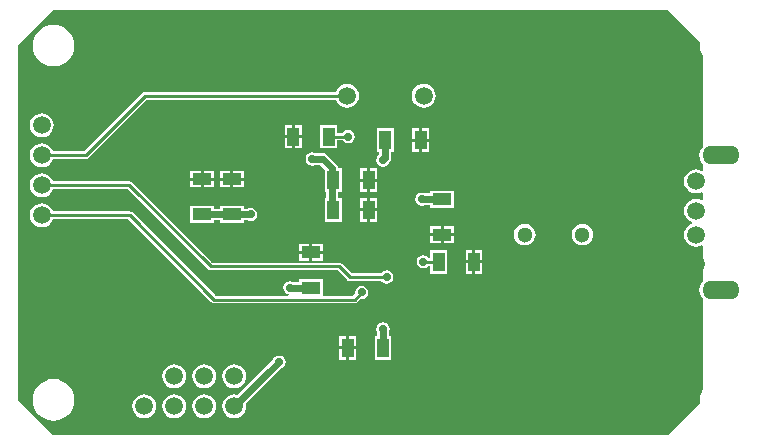
<source format=gbl>
G04*
G04 #@! TF.GenerationSoftware,Altium Limited,Altium Designer,18.1.2 (67)*
G04*
G04 Layer_Physical_Order=2*
G04 Layer_Color=16711680*
%FSLAX43Y43*%
%MOMM*%
G71*
G01*
G75*
%ADD11C,0.250*%
%ADD29C,1.300*%
%ADD31R,1.600X1.000*%
%ADD34R,1.000X1.600*%
%ADD37C,0.600*%
%ADD38O,3.150X1.575*%
%ADD39C,1.500*%
%ADD40C,0.710*%
G36*
X57760Y33240D02*
X57737Y33000D01*
X57770Y32656D01*
X57871Y32325D01*
X58000Y32083D01*
Y24467D01*
X57969Y24444D01*
X57802Y24226D01*
X57697Y23972D01*
X57661Y23700D01*
X57697Y23428D01*
X57802Y23174D01*
X57969Y22956D01*
X58000Y22933D01*
Y22448D01*
X57875Y22391D01*
X57662Y22479D01*
X57400Y22514D01*
X57138Y22479D01*
X56893Y22378D01*
X56683Y22217D01*
X56522Y22007D01*
X56421Y21762D01*
X56386Y21500D01*
X56421Y21238D01*
X56522Y20993D01*
X56683Y20783D01*
X56893Y20622D01*
X57138Y20521D01*
X57400Y20486D01*
X57662Y20521D01*
X57875Y20609D01*
X58000Y20552D01*
Y19948D01*
X57875Y19891D01*
X57662Y19979D01*
X57400Y20014D01*
X57138Y19979D01*
X56893Y19878D01*
X56683Y19717D01*
X56522Y19507D01*
X56421Y19262D01*
X56386Y19000D01*
X56421Y18738D01*
X56522Y18493D01*
X56683Y18283D01*
X56893Y18122D01*
X57025Y18068D01*
Y17932D01*
X56893Y17878D01*
X56683Y17717D01*
X56522Y17507D01*
X56421Y17262D01*
X56386Y17000D01*
X56421Y16738D01*
X56522Y16493D01*
X56683Y16283D01*
X56893Y16122D01*
X57138Y16021D01*
X57400Y15986D01*
X57662Y16021D01*
X57875Y16109D01*
X58000Y16052D01*
Y13067D01*
X57969Y13044D01*
X57802Y12826D01*
X57697Y12572D01*
X57661Y12300D01*
X57697Y12028D01*
X57802Y11774D01*
X57969Y11556D01*
X58000Y11533D01*
Y3917D01*
X57871Y3675D01*
X57770Y3344D01*
X57737Y3000D01*
X57760Y2760D01*
X55000Y0D01*
X3000D01*
X0Y3000D01*
Y33000D01*
X3000Y36000D01*
X55000D01*
X57760Y33240D01*
D02*
G37*
%LPC*%
G36*
X3000Y34763D02*
X2656Y34730D01*
X2325Y34629D01*
X2020Y34466D01*
X1753Y34247D01*
X1534Y33980D01*
X1371Y33675D01*
X1270Y33344D01*
X1237Y33000D01*
X1270Y32656D01*
X1371Y32325D01*
X1534Y32020D01*
X1753Y31753D01*
X2020Y31534D01*
X2325Y31371D01*
X2656Y31270D01*
X3000Y31237D01*
X3344Y31270D01*
X3675Y31371D01*
X3980Y31534D01*
X4247Y31753D01*
X4466Y32020D01*
X4629Y32325D01*
X4730Y32656D01*
X4763Y33000D01*
X4730Y33344D01*
X4629Y33675D01*
X4466Y33980D01*
X4247Y34247D01*
X3980Y34466D01*
X3675Y34629D01*
X3344Y34730D01*
X3000Y34763D01*
D02*
G37*
G36*
X34350Y29764D02*
X34088Y29729D01*
X33843Y29628D01*
X33633Y29467D01*
X33472Y29257D01*
X33371Y29012D01*
X33336Y28750D01*
X33371Y28488D01*
X33472Y28243D01*
X33633Y28033D01*
X33843Y27872D01*
X34088Y27771D01*
X34350Y27736D01*
X34612Y27771D01*
X34857Y27872D01*
X35067Y28033D01*
X35228Y28243D01*
X35329Y28488D01*
X35364Y28750D01*
X35329Y29012D01*
X35228Y29257D01*
X35067Y29467D01*
X34857Y29628D01*
X34612Y29729D01*
X34350Y29764D01*
D02*
G37*
G36*
X27850D02*
X27588Y29729D01*
X27343Y29628D01*
X27133Y29467D01*
X26972Y29257D01*
X26897Y29076D01*
X10750D01*
X10625Y29051D01*
X10519Y28981D01*
X5585Y24046D01*
X2953D01*
X2878Y24227D01*
X2717Y24437D01*
X2507Y24598D01*
X2262Y24699D01*
X2000Y24734D01*
X1738Y24699D01*
X1493Y24598D01*
X1283Y24437D01*
X1122Y24227D01*
X1021Y23982D01*
X986Y23720D01*
X1021Y23458D01*
X1122Y23213D01*
X1283Y23003D01*
X1493Y22842D01*
X1738Y22741D01*
X2000Y22706D01*
X2262Y22741D01*
X2507Y22842D01*
X2717Y23003D01*
X2878Y23213D01*
X2953Y23394D01*
X5720D01*
X5845Y23419D01*
X5951Y23489D01*
X10885Y28424D01*
X26897D01*
X26972Y28243D01*
X27133Y28033D01*
X27343Y27872D01*
X27588Y27771D01*
X27850Y27736D01*
X28112Y27771D01*
X28357Y27872D01*
X28567Y28033D01*
X28728Y28243D01*
X28829Y28488D01*
X28864Y28750D01*
X28829Y29012D01*
X28728Y29257D01*
X28567Y29467D01*
X28357Y29628D01*
X28112Y29729D01*
X27850Y29764D01*
D02*
G37*
G36*
X24010Y26310D02*
X23425D01*
Y25425D01*
X24010D01*
Y26310D01*
D02*
G37*
G36*
X23175D02*
X22590D01*
Y25425D01*
X23175D01*
Y26310D01*
D02*
G37*
G36*
X2000Y27274D02*
X1738Y27239D01*
X1493Y27138D01*
X1283Y26977D01*
X1122Y26767D01*
X1021Y26522D01*
X986Y26260D01*
X1021Y25998D01*
X1122Y25753D01*
X1283Y25543D01*
X1493Y25382D01*
X1738Y25281D01*
X2000Y25246D01*
X2262Y25281D01*
X2507Y25382D01*
X2717Y25543D01*
X2878Y25753D01*
X2979Y25998D01*
X3014Y26260D01*
X2979Y26522D01*
X2878Y26767D01*
X2717Y26977D01*
X2507Y27138D01*
X2262Y27239D01*
X2000Y27274D01*
D02*
G37*
G36*
X34810Y26010D02*
X34225D01*
Y25125D01*
X34810D01*
Y26010D01*
D02*
G37*
G36*
X33975D02*
X33390D01*
Y25125D01*
X33975D01*
Y26010D01*
D02*
G37*
G36*
X27010Y26310D02*
X25590D01*
Y24290D01*
X27010D01*
Y24974D01*
X27507D01*
X27553Y24903D01*
X27735Y24782D01*
X27950Y24739D01*
X28165Y24782D01*
X28347Y24903D01*
X28468Y25085D01*
X28511Y25300D01*
X28468Y25515D01*
X28347Y25697D01*
X28165Y25818D01*
X27950Y25861D01*
X27735Y25818D01*
X27553Y25697D01*
X27507Y25626D01*
X27010D01*
Y26310D01*
D02*
G37*
G36*
X24010Y25175D02*
X23425D01*
Y24290D01*
X24010D01*
Y25175D01*
D02*
G37*
G36*
X23175D02*
X22590D01*
Y24290D01*
X23175D01*
Y25175D01*
D02*
G37*
G36*
X34810Y24875D02*
X34225D01*
Y23990D01*
X34810D01*
Y24875D01*
D02*
G37*
G36*
X33975D02*
X33390D01*
Y23990D01*
X33975D01*
Y24875D01*
D02*
G37*
G36*
X31810Y26010D02*
X30390D01*
Y23990D01*
X30595D01*
Y23758D01*
X30503Y23697D01*
X30382Y23515D01*
X30339Y23300D01*
X30382Y23085D01*
X30503Y22903D01*
X30685Y22782D01*
X30900Y22739D01*
X31115Y22782D01*
X31297Y22903D01*
X31418Y23085D01*
X31423Y23109D01*
X31457Y23143D01*
X31566Y23307D01*
X31605Y23500D01*
Y23990D01*
X31810D01*
Y26010D01*
D02*
G37*
G36*
X16610Y22410D02*
X15725D01*
Y21825D01*
X16610D01*
Y22410D01*
D02*
G37*
G36*
X19110D02*
X18225D01*
Y21825D01*
X19110D01*
Y22410D01*
D02*
G37*
G36*
X15475D02*
X14590D01*
Y21825D01*
X15475D01*
Y22410D01*
D02*
G37*
G36*
X17975D02*
X17090D01*
Y21825D01*
X17975D01*
Y22410D01*
D02*
G37*
G36*
X30410Y22610D02*
X29825D01*
Y21725D01*
X30410D01*
Y22610D01*
D02*
G37*
G36*
X29575D02*
X28990D01*
Y21725D01*
X29575D01*
Y22610D01*
D02*
G37*
G36*
X19110Y21575D02*
X18225D01*
Y20990D01*
X19110D01*
Y21575D01*
D02*
G37*
G36*
X17975D02*
X17090D01*
Y20990D01*
X17975D01*
Y21575D01*
D02*
G37*
G36*
X16610D02*
X15725D01*
Y20990D01*
X16610D01*
Y21575D01*
D02*
G37*
G36*
X15475D02*
X14590D01*
Y20990D01*
X15475D01*
Y21575D01*
D02*
G37*
G36*
X30410Y21475D02*
X29825D01*
Y20590D01*
X30410D01*
Y21475D01*
D02*
G37*
G36*
X29575D02*
X28990D01*
Y20590D01*
X29575D01*
Y21475D01*
D02*
G37*
G36*
X36910Y20710D02*
X34890D01*
Y20505D01*
X34435D01*
X34415Y20518D01*
X34200Y20561D01*
X33985Y20518D01*
X33803Y20397D01*
X33682Y20215D01*
X33639Y20000D01*
X33682Y19785D01*
X33803Y19603D01*
X33985Y19482D01*
X34200Y19439D01*
X34415Y19482D01*
X34435Y19495D01*
X34890D01*
Y19290D01*
X36910D01*
Y20710D01*
D02*
G37*
G36*
X30410Y20110D02*
X29825D01*
Y19225D01*
X30410D01*
Y20110D01*
D02*
G37*
G36*
X29575D02*
X28990D01*
Y19225D01*
X29575D01*
Y20110D01*
D02*
G37*
G36*
X19110Y19410D02*
X17090D01*
Y19205D01*
X16610D01*
Y19410D01*
X14590D01*
Y17990D01*
X16610D01*
Y18195D01*
X17090D01*
Y17990D01*
X19110D01*
Y18195D01*
X19465D01*
X19485Y18182D01*
X19700Y18139D01*
X19915Y18182D01*
X20097Y18303D01*
X20218Y18485D01*
X20261Y18700D01*
X20218Y18915D01*
X20097Y19097D01*
X19915Y19218D01*
X19700Y19261D01*
X19485Y19218D01*
X19465Y19205D01*
X19110D01*
Y19410D01*
D02*
G37*
G36*
X30410Y18975D02*
X29825D01*
Y18090D01*
X30410D01*
Y18975D01*
D02*
G37*
G36*
X29575D02*
X28990D01*
Y18090D01*
X29575D01*
Y18975D01*
D02*
G37*
G36*
X24900Y23961D02*
X24685Y23918D01*
X24503Y23797D01*
X24382Y23615D01*
X24339Y23400D01*
X24382Y23185D01*
X24503Y23003D01*
X24685Y22882D01*
X24900Y22839D01*
X25115Y22882D01*
X25135Y22895D01*
X25591D01*
X25990Y22496D01*
Y20590D01*
X26100D01*
Y20110D01*
X25990D01*
Y18090D01*
X27410D01*
Y20110D01*
X27109D01*
Y20590D01*
X27410D01*
Y22610D01*
X27106D01*
X27071Y22788D01*
X26962Y22952D01*
X26157Y23757D01*
X25993Y23866D01*
X25800Y23905D01*
X25135D01*
X25115Y23918D01*
X24900Y23961D01*
D02*
G37*
G36*
X36910Y17710D02*
X36025D01*
Y17125D01*
X36910D01*
Y17710D01*
D02*
G37*
G36*
X35775D02*
X34890D01*
Y17125D01*
X35775D01*
Y17710D01*
D02*
G37*
G36*
X36910Y16875D02*
X36025D01*
Y16290D01*
X36910D01*
Y16875D01*
D02*
G37*
G36*
X35775D02*
X34890D01*
Y16290D01*
X35775D01*
Y16875D01*
D02*
G37*
G36*
X47780Y17913D02*
X47544Y17882D01*
X47324Y17791D01*
X47135Y17645D01*
X46989Y17456D01*
X46898Y17236D01*
X46867Y17000D01*
X46898Y16764D01*
X46989Y16544D01*
X47135Y16355D01*
X47324Y16209D01*
X47544Y16118D01*
X47780Y16087D01*
X48016Y16118D01*
X48236Y16209D01*
X48425Y16355D01*
X48571Y16544D01*
X48662Y16764D01*
X48693Y17000D01*
X48662Y17236D01*
X48571Y17456D01*
X48425Y17645D01*
X48236Y17791D01*
X48016Y17882D01*
X47780Y17913D01*
D02*
G37*
G36*
X42900D02*
X42664Y17882D01*
X42444Y17791D01*
X42255Y17645D01*
X42109Y17456D01*
X42018Y17236D01*
X41987Y17000D01*
X42018Y16764D01*
X42109Y16544D01*
X42255Y16355D01*
X42444Y16209D01*
X42664Y16118D01*
X42900Y16087D01*
X43136Y16118D01*
X43356Y16209D01*
X43545Y16355D01*
X43691Y16544D01*
X43782Y16764D01*
X43813Y17000D01*
X43782Y17236D01*
X43691Y17456D01*
X43545Y17645D01*
X43356Y17791D01*
X43136Y17882D01*
X42900Y17913D01*
D02*
G37*
G36*
X25810Y16210D02*
X24925D01*
Y15625D01*
X25810D01*
Y16210D01*
D02*
G37*
G36*
X24675D02*
X23790D01*
Y15625D01*
X24675D01*
Y16210D01*
D02*
G37*
G36*
X36310Y15710D02*
X34890D01*
Y15026D01*
X34743D01*
X34697Y15097D01*
X34515Y15218D01*
X34300Y15261D01*
X34085Y15218D01*
X33903Y15097D01*
X33782Y14915D01*
X33739Y14700D01*
X33782Y14485D01*
X33903Y14303D01*
X34085Y14182D01*
X34300Y14139D01*
X34515Y14182D01*
X34697Y14303D01*
X34743Y14374D01*
X34890D01*
Y13690D01*
X36310D01*
Y15710D01*
D02*
G37*
G36*
X39310D02*
X38725D01*
Y14825D01*
X39310D01*
Y15710D01*
D02*
G37*
G36*
X38475D02*
X37890D01*
Y14825D01*
X38475D01*
Y15710D01*
D02*
G37*
G36*
X25810Y15375D02*
X24925D01*
Y14790D01*
X25810D01*
Y15375D01*
D02*
G37*
G36*
X24675D02*
X23790D01*
Y14790D01*
X24675D01*
Y15375D01*
D02*
G37*
G36*
X39310Y14575D02*
X38725D01*
Y13690D01*
X39310D01*
Y14575D01*
D02*
G37*
G36*
X38475D02*
X37890D01*
Y13690D01*
X38475D01*
Y14575D01*
D02*
G37*
G36*
X2000Y22194D02*
X1738Y22159D01*
X1493Y22058D01*
X1283Y21897D01*
X1122Y21687D01*
X1021Y21442D01*
X986Y21180D01*
X1021Y20918D01*
X1122Y20673D01*
X1283Y20463D01*
X1493Y20302D01*
X1738Y20201D01*
X2000Y20166D01*
X2262Y20201D01*
X2507Y20302D01*
X2717Y20463D01*
X2878Y20673D01*
X2953Y20854D01*
X9285D01*
X16069Y14069D01*
X16175Y13999D01*
X16300Y13974D01*
X27065D01*
X27869Y13169D01*
X27975Y13099D01*
X28100Y13074D01*
X30757D01*
X30803Y13003D01*
X30985Y12882D01*
X31200Y12839D01*
X31415Y12882D01*
X31597Y13003D01*
X31718Y13185D01*
X31761Y13400D01*
X31718Y13615D01*
X31597Y13797D01*
X31415Y13918D01*
X31200Y13961D01*
X30985Y13918D01*
X30803Y13797D01*
X30757Y13726D01*
X28235D01*
X27431Y14531D01*
X27325Y14601D01*
X27200Y14626D01*
X16435D01*
X9651Y21411D01*
X9545Y21481D01*
X9420Y21506D01*
X2953D01*
X2878Y21687D01*
X2717Y21897D01*
X2507Y22058D01*
X2262Y22159D01*
X2000Y22194D01*
D02*
G37*
G36*
Y19654D02*
X1738Y19619D01*
X1493Y19518D01*
X1283Y19357D01*
X1122Y19147D01*
X1021Y18902D01*
X986Y18640D01*
X1021Y18378D01*
X1122Y18133D01*
X1283Y17923D01*
X1493Y17762D01*
X1738Y17661D01*
X2000Y17626D01*
X2262Y17661D01*
X2507Y17762D01*
X2717Y17923D01*
X2878Y18133D01*
X2953Y18314D01*
X9325D01*
X16369Y11269D01*
X16475Y11199D01*
X16600Y11174D01*
X28500D01*
X28625Y11199D01*
X28731Y11269D01*
X29017Y11556D01*
X29100Y11539D01*
X29315Y11582D01*
X29497Y11703D01*
X29618Y11885D01*
X29661Y12100D01*
X29618Y12315D01*
X29497Y12497D01*
X29315Y12618D01*
X29100Y12661D01*
X28885Y12618D01*
X28703Y12497D01*
X28582Y12315D01*
X28539Y12100D01*
X28556Y12017D01*
X28365Y11826D01*
X25810D01*
Y13210D01*
X23790D01*
Y13005D01*
X23235D01*
X23215Y13018D01*
X23000Y13061D01*
X22785Y13018D01*
X22603Y12897D01*
X22482Y12715D01*
X22439Y12500D01*
X22482Y12285D01*
X22603Y12103D01*
X22785Y11982D01*
X22825Y11974D01*
X22939Y11949D01*
X22937Y11928D01*
X22882Y11826D01*
X16735D01*
X9691Y18871D01*
X9585Y18941D01*
X9460Y18966D01*
X2953D01*
X2878Y19147D01*
X2717Y19357D01*
X2507Y19518D01*
X2262Y19619D01*
X2000Y19654D01*
D02*
G37*
G36*
X28610Y8410D02*
X28025D01*
Y7525D01*
X28610D01*
Y8410D01*
D02*
G37*
G36*
X27775D02*
X27190D01*
Y7525D01*
X27775D01*
Y8410D01*
D02*
G37*
G36*
X30900Y9561D02*
X30685Y9518D01*
X30503Y9397D01*
X30382Y9215D01*
X30339Y9000D01*
X30382Y8785D01*
X30395Y8765D01*
Y8410D01*
X30190D01*
Y6390D01*
X31610D01*
Y8410D01*
X31405D01*
Y8765D01*
X31418Y8785D01*
X31461Y9000D01*
X31418Y9215D01*
X31297Y9397D01*
X31115Y9518D01*
X30900Y9561D01*
D02*
G37*
G36*
X28610Y7275D02*
X28025D01*
Y6390D01*
X28610D01*
Y7275D01*
D02*
G37*
G36*
X27775D02*
X27190D01*
Y6390D01*
X27775D01*
Y7275D01*
D02*
G37*
G36*
X18317Y6014D02*
X18054Y5979D01*
X17810Y5878D01*
X17600Y5717D01*
X17439Y5507D01*
X17338Y5262D01*
X17303Y5000D01*
X17338Y4738D01*
X17439Y4493D01*
X17600Y4283D01*
X17810Y4122D01*
X18054Y4021D01*
X18317Y3986D01*
X18579Y4021D01*
X18824Y4122D01*
X19034Y4283D01*
X19195Y4493D01*
X19296Y4738D01*
X19331Y5000D01*
X19296Y5262D01*
X19195Y5507D01*
X19034Y5717D01*
X18824Y5878D01*
X18579Y5979D01*
X18317Y6014D01*
D02*
G37*
G36*
X15777D02*
X15514Y5979D01*
X15270Y5878D01*
X15060Y5717D01*
X14899Y5507D01*
X14798Y5262D01*
X14763Y5000D01*
X14798Y4738D01*
X14899Y4493D01*
X15060Y4283D01*
X15270Y4122D01*
X15514Y4021D01*
X15777Y3986D01*
X16039Y4021D01*
X16284Y4122D01*
X16494Y4283D01*
X16655Y4493D01*
X16756Y4738D01*
X16791Y5000D01*
X16756Y5262D01*
X16655Y5507D01*
X16494Y5717D01*
X16284Y5878D01*
X16039Y5979D01*
X15777Y6014D01*
D02*
G37*
G36*
X13237D02*
X12974Y5979D01*
X12730Y5878D01*
X12520Y5717D01*
X12359Y5507D01*
X12258Y5262D01*
X12223Y5000D01*
X12258Y4738D01*
X12359Y4493D01*
X12520Y4283D01*
X12730Y4122D01*
X12974Y4021D01*
X13237Y3986D01*
X13499Y4021D01*
X13744Y4122D01*
X13954Y4283D01*
X14115Y4493D01*
X14216Y4738D01*
X14251Y5000D01*
X14216Y5262D01*
X14115Y5507D01*
X13954Y5717D01*
X13744Y5878D01*
X13499Y5979D01*
X13237Y6014D01*
D02*
G37*
G36*
X22100Y6761D02*
X21885Y6718D01*
X21703Y6597D01*
X21582Y6415D01*
X21577Y6391D01*
X21273Y6087D01*
X21143Y6000D01*
X18581Y3438D01*
X18579Y3439D01*
X18317Y3474D01*
X18054Y3439D01*
X17810Y3338D01*
X17600Y3177D01*
X17439Y2967D01*
X17338Y2722D01*
X17303Y2460D01*
X17338Y2198D01*
X17439Y1953D01*
X17600Y1743D01*
X17810Y1582D01*
X18054Y1481D01*
X18317Y1446D01*
X18579Y1481D01*
X18824Y1582D01*
X19034Y1743D01*
X19195Y1953D01*
X19296Y2198D01*
X19331Y2460D01*
X19296Y2722D01*
X19295Y2724D01*
X21770Y5199D01*
X21900Y5286D01*
X22291Y5677D01*
X22315Y5682D01*
X22497Y5803D01*
X22618Y5985D01*
X22661Y6200D01*
X22618Y6415D01*
X22497Y6597D01*
X22315Y6718D01*
X22100Y6761D01*
D02*
G37*
G36*
X15777Y3474D02*
X15514Y3439D01*
X15270Y3338D01*
X15060Y3177D01*
X14899Y2967D01*
X14798Y2722D01*
X14763Y2460D01*
X14798Y2198D01*
X14899Y1953D01*
X15060Y1743D01*
X15270Y1582D01*
X15514Y1481D01*
X15777Y1446D01*
X16039Y1481D01*
X16284Y1582D01*
X16494Y1743D01*
X16655Y1953D01*
X16756Y2198D01*
X16791Y2460D01*
X16756Y2722D01*
X16655Y2967D01*
X16494Y3177D01*
X16284Y3338D01*
X16039Y3439D01*
X15777Y3474D01*
D02*
G37*
G36*
X13237D02*
X12974Y3439D01*
X12730Y3338D01*
X12520Y3177D01*
X12359Y2967D01*
X12258Y2722D01*
X12223Y2460D01*
X12258Y2198D01*
X12359Y1953D01*
X12520Y1743D01*
X12730Y1582D01*
X12974Y1481D01*
X13237Y1446D01*
X13499Y1481D01*
X13744Y1582D01*
X13954Y1743D01*
X14115Y1953D01*
X14216Y2198D01*
X14251Y2460D01*
X14216Y2722D01*
X14115Y2967D01*
X13954Y3177D01*
X13744Y3338D01*
X13499Y3439D01*
X13237Y3474D01*
D02*
G37*
G36*
X10697D02*
X10434Y3439D01*
X10190Y3338D01*
X9980Y3177D01*
X9819Y2967D01*
X9718Y2722D01*
X9683Y2460D01*
X9718Y2198D01*
X9819Y1953D01*
X9980Y1743D01*
X10190Y1582D01*
X10434Y1481D01*
X10697Y1446D01*
X10959Y1481D01*
X11204Y1582D01*
X11414Y1743D01*
X11575Y1953D01*
X11676Y2198D01*
X11711Y2460D01*
X11676Y2722D01*
X11575Y2967D01*
X11414Y3177D01*
X11204Y3338D01*
X10959Y3439D01*
X10697Y3474D01*
D02*
G37*
G36*
X3000Y4763D02*
X2656Y4730D01*
X2325Y4629D01*
X2020Y4466D01*
X1753Y4247D01*
X1534Y3980D01*
X1371Y3675D01*
X1270Y3344D01*
X1237Y3000D01*
X1270Y2656D01*
X1371Y2325D01*
X1534Y2020D01*
X1753Y1753D01*
X2020Y1534D01*
X2325Y1371D01*
X2656Y1270D01*
X3000Y1237D01*
X3344Y1270D01*
X3675Y1371D01*
X3980Y1534D01*
X4247Y1753D01*
X4466Y2020D01*
X4629Y2325D01*
X4730Y2656D01*
X4763Y3000D01*
X4730Y3344D01*
X4629Y3675D01*
X4466Y3980D01*
X4247Y4247D01*
X3980Y4466D01*
X3675Y4629D01*
X3344Y4730D01*
X3000Y4763D01*
D02*
G37*
%LPD*%
D11*
X26300Y25300D02*
X27950D01*
X34300Y14700D02*
X35300D01*
X28500Y11500D02*
X29100Y12100D01*
X16600Y11500D02*
X28500D01*
X9460Y18640D02*
X16600Y11500D01*
X28100Y13400D02*
X31200D01*
X27200Y14300D02*
X28100Y13400D01*
X2000Y18640D02*
X9460D01*
X16300Y14300D02*
X27200D01*
X9420Y21180D02*
X16300Y14300D01*
X2000Y21180D02*
X9420D01*
X10750Y28750D02*
X27850D01*
X5720Y23720D02*
X10750Y28750D01*
X2000Y23720D02*
X5720D01*
D29*
X42900Y17000D02*
D03*
X47780D02*
D03*
D31*
X18100Y18700D02*
D03*
Y21700D02*
D03*
X15600Y18700D02*
D03*
Y21700D02*
D03*
X24800Y12500D02*
D03*
Y15500D02*
D03*
X35900Y20000D02*
D03*
Y17000D02*
D03*
D34*
X23300Y25300D02*
D03*
X26300D02*
D03*
X31100Y25000D02*
D03*
X34100D02*
D03*
X26700Y21600D02*
D03*
X29700D02*
D03*
X26700Y19100D02*
D03*
X29700D02*
D03*
X35600Y14700D02*
D03*
X38600D02*
D03*
X30900Y7400D02*
D03*
X27900D02*
D03*
D37*
X15600Y18700D02*
X19700D01*
X26605Y19095D02*
Y22595D01*
X21543Y5643D02*
X22100Y6200D01*
X21500Y5643D02*
X21543D01*
X18317Y2460D02*
X21500Y5643D01*
X25800Y23400D02*
X26605Y22595D01*
X34200Y20000D02*
X35900D01*
X30900Y7600D02*
Y9000D01*
X23000Y12500D02*
X24800D01*
X24900Y23400D02*
X25800D01*
X30900Y23300D02*
X31100Y23500D01*
Y25000D01*
D38*
X59500Y23700D02*
D03*
Y12300D02*
D03*
D39*
X57400Y14500D02*
D03*
Y17000D02*
D03*
Y19000D02*
D03*
Y21500D02*
D03*
X2000Y16100D02*
D03*
Y18640D02*
D03*
Y26260D02*
D03*
Y23720D02*
D03*
Y21180D02*
D03*
X27850Y33250D02*
D03*
Y28750D02*
D03*
X34350Y33250D02*
D03*
Y28750D02*
D03*
X10697Y2460D02*
D03*
X13237D02*
D03*
Y5000D02*
D03*
X18317D02*
D03*
X15777D02*
D03*
X10697D02*
D03*
X15777Y2460D02*
D03*
X18317D02*
D03*
D40*
X19700Y18700D02*
D03*
X30900Y9000D02*
D03*
X27950Y25300D02*
D03*
X49750Y2850D02*
D03*
X9500Y22100D02*
D03*
X22100Y6200D02*
D03*
X34300Y14700D02*
D03*
X30600Y12000D02*
D03*
X34300Y18900D02*
D03*
X23000Y13600D02*
D03*
X20200Y19700D02*
D03*
X25450Y20850D02*
D03*
X29100Y12100D02*
D03*
X31200Y13400D02*
D03*
X34200Y20000D02*
D03*
X23000Y12500D02*
D03*
X24900Y23400D02*
D03*
X30900Y23300D02*
D03*
X44600Y29200D02*
D03*
Y25700D02*
D03*
X55400Y26400D02*
D03*
M02*

</source>
